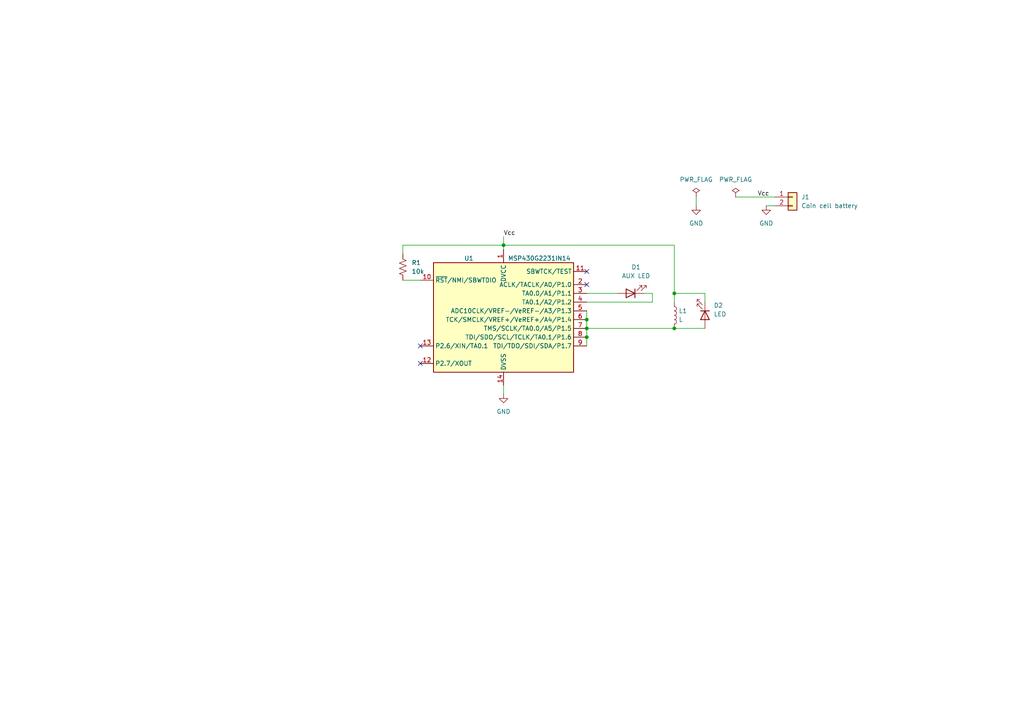
<source format=kicad_sch>
(kicad_sch (version 20211123) (generator eeschema)
  (paper "A4")
  (lib_symbols
    (symbol "Connector_Generic:Conn_01x02" (pin_names (offset 1.016) hide)
      (property "Reference" "J" (at 0 2.54 0))
      (property "Value" "Conn_01x02" (at 0 -5.08 0))
      (symbol "Conn_01x02_1_1"
        (rectangle (start -1.27 -2.413) (end 0 -2.667) (stroke (width 0.1524)))
        (rectangle (start -1.27 0.127) (end 0 -0.127) (stroke (width 0.1524)))
        (rectangle (start -1.27 1.27) (end 1.27 -3.81) (stroke (width 0.254)) (fill (type background)))
        (pin passive line (at -5.08 0 0) (length 3.81) (name "Pin_1") (number "1"))
        (pin passive line (at -5.08 -2.54 0) (length 3.81) (name "Pin_2") (number "2"))
      )
    )
    (symbol "Device:L" (pin_numbers hide) (pin_names (offset 1.016) hide)
      (property "Reference" "L" (at -1.27 0 90))
      (property "Value" "L" (at 1.905 0 90))
      (symbol "L_0_1"
        (arc (start 0 -2.54) (mid 0.635 -1.905) (end 0 -1.27))
        (arc (start 0 -1.27) (mid 0.635 -0.635) (end 0 0))
        (arc (start 0 0) (mid 0.635 0.635) (end 0 1.27))
        (arc (start 0 1.27) (mid 0.635 1.905) (end 0 2.54))
      )
      (symbol "L_1_1"
        (pin passive line (at 0 3.81 270) (length 1.27) (name "1") (number "1"))
        (pin passive line (at 0 -3.81 90) (length 1.27) (name "2") (number "2"))
      )
    )
    (symbol "Device:LED" (pin_numbers hide) (pin_names (offset 1.016) hide)
      (property "Reference" "D" (at 0 2.54 0))
      (property "Value" "LED" (at 0 -2.54 0))
      (symbol "LED_0_1"
        (polyline (pts (xy -1.27 -1.27) (xy -1.27 1.27)) (stroke (width 0.254)))
        (polyline (pts (xy -1.27 0) (xy 1.27 0)))
        (polyline (pts (xy 1.27 -1.27) (xy 1.27 1.27) (xy -1.27 0) (xy 1.27 -1.27)) (stroke (width 0.254)))
        (polyline (pts (xy -3.048 -0.762) (xy -4.572 -2.286) (xy -3.81 -2.286) (xy -4.572 -2.286) (xy -4.572 -1.524)))
        (polyline (pts (xy -1.778 -0.762) (xy -3.302 -2.286) (xy -2.54 -2.286) (xy -3.302 -2.286) (xy -3.302 -1.524)))
      )
      (symbol "LED_1_1"
        (pin passive line (at -3.81 0 0) (length 2.54) (name "K") (number "1"))
        (pin passive line (at 3.81 0 180) (length 2.54) (name "A") (number "2"))
      )
    )
    (symbol "Device:R_US" (pin_numbers hide) (pin_names (offset 0))
      (property "Reference" "R" (at 2.54 0 90))
      (property "Value" "R_US" (at -2.54 0 90))
      (symbol "R_US_0_1"
        (polyline (pts (xy 0 -2.286) (xy 0 -2.54)))
        (polyline (pts (xy 0 2.286) (xy 0 2.54)))
        (polyline (pts (xy 0 -0.762) (xy 1.016 -1.143) (xy 0 -1.524) (xy -1.016 -1.905) (xy 0 -2.286)))
        (polyline (pts (xy 0 0.762) (xy 1.016 0.381) (xy 0 0) (xy -1.016 -0.381) (xy 0 -0.762)))
        (polyline (pts (xy 0 2.286) (xy 1.016 1.905) (xy 0 1.524) (xy -1.016 1.143) (xy 0 0.762)))
      )
      (symbol "R_US_1_1"
        (pin passive line (at 0 3.81 270) (length 1.27) (name "~") (number "1"))
        (pin passive line (at 0 -3.81 90) (length 1.27) (name "~") (number "2"))
      )
    )
    (symbol "MCU_Texas_MSP430:MSP430G2231IN14"
      (property "Reference" "U" (at -19.05 17.78 0))
      (property "Value" "MSP430G2231IN14" (at 12.7 -16.51 0))
      (symbol "MSP430G2231IN14_0_1"
        (rectangle (start -20.32 16.51) (end 20.32 -15.24) (stroke (width 0.254)) (fill (type background)))
      )
      (symbol "MSP430G2231IN14_1_1"
        (pin power_in line (at 0 20.32 270) (length 3.81) (name "DVCC") (number "1"))
        (pin input line (at -24.13 11.43 0) (length 3.81) (name "~{RST}/NMI/SBWTDIO") (number "10"))
        (pin input line (at 24.13 13.97 180) (length 3.81) (name "SBWTCK/TEST") (number "11"))
        (pin bidirectional line (at -24.13 -12.7 0) (length 3.81) (name "P2.7/XOUT") (number "12"))
        (pin bidirectional line (at -24.13 -7.62 0) (length 3.81) (name "P2.6/XIN/TA0.1") (number "13"))
        (pin power_in line (at 0 -19.05 90) (length 3.81) (name "DVSS") (number "14"))
        (pin bidirectional line (at 24.13 10.16 180) (length 3.81) (name "ACLK/TACLK/A0/P1.0") (number "2"))
        (pin bidirectional line (at 24.13 7.62 180) (length 3.81) (name "TA0.0/A1/P1.1") (number "3"))
        (pin bidirectional line (at 24.13 5.08 180) (length 3.81) (name "TA0.1/A2/P1.2") (number "4"))
        (pin bidirectional line (at 24.13 2.54 180) (length 3.81) (name "ADC10CLK/VREF-/VeREF-/A3/P1.3") (number "5"))
        (pin bidirectional line (at 24.13 0 180) (length 3.81) (name "TCK/SMCLK/VREF+/VeREF+/A4/P1.4") (number "6"))
        (pin bidirectional line (at 24.13 -2.54 180) (length 3.81) (name "TMS/SCLK/TA0.0/A5/P1.5") (number "7"))
        (pin bidirectional line (at 24.13 -5.08 180) (length 3.81) (name "TDI/SDO/SCL/TCLK/TA0.1/P1.6") (number "8"))
        (pin bidirectional line (at 24.13 -7.62 180) (length 3.81) (name "TDI/TDO/SDI/SDA/P1.7") (number "9"))
      )
    )
    (symbol "power:GND" (power) (pin_names (offset 0))
      (property "Value" "GND" (at 0 -3.81 0))
      (symbol "GND_0_1"
        (polyline (pts (xy 0 0) (xy 0 -1.27) (xy 1.27 -1.27) (xy 0 -2.54) (xy -1.27 -1.27) (xy 0 -1.27)))
      )
      (symbol "GND_1_1"
        (pin power_in line (at 0 0 270) (length 0) hide (name "GND") (number "1"))
      )
    )
    (symbol "power:PWR_FLAG" (power) (pin_numbers hide) (pin_names (offset 0) hide)
      (property "Value" "PWR_FLAG" (at 0 3.81 0))
      (symbol "PWR_FLAG_0_0"
        (pin power_out line (at 0 0 90) (length 0) (name "pwr") (number "1"))
      )
      (symbol "PWR_FLAG_0_1"
        (polyline (pts (xy 0 0) (xy 0 1.27) (xy -1.016 1.905) (xy 0 2.54) (xy 1.016 1.905) (xy 0 1.27)))
      )
    )
  )
  (junction (at 146.05 71.12))
  (junction (at 170.18 97.79))
  (junction (at 170.18 95.25))
  (junction (at 195.58 85.09))
  (junction (at 195.58 95.25))
  (junction (at 170.18 92.71))
  (no_connect (at 170.18 82.55))
  (no_connect (at 170.18 78.74))
  (no_connect (at 121.92 100.33))
  (no_connect (at 121.92 105.41))
  (wire (pts (xy 146.05 71.12) (xy 146.05 72.39)))
  (wire (pts (xy 146.05 111.76) (xy 146.05 114.3)))
  (wire (pts (xy 189.23 87.63) (xy 170.18 87.63)))
  (wire (pts (xy 195.58 71.12) (xy 146.05 71.12)))
  (wire (pts (xy 213.36 57.15) (xy 224.79 57.15)))
  (wire (pts (xy 116.84 73.66) (xy 116.84 71.12)))
  (wire (pts (xy 170.18 95.25) (xy 170.18 97.79)))
  (wire (pts (xy 195.58 85.09) (xy 195.58 71.12)))
  (wire (pts (xy 204.47 87.63) (xy 204.47 85.09)))
  (wire (pts (xy 116.84 71.12) (xy 146.05 71.12)))
  (wire (pts (xy 222.25 59.69) (xy 224.79 59.69)))
  (wire (pts (xy 186.69 85.09) (xy 189.23 85.09)))
  (wire (pts (xy 204.47 85.09) (xy 195.58 85.09)))
  (wire (pts (xy 170.18 90.17) (xy 170.18 92.71)))
  (wire (pts (xy 170.18 97.79) (xy 170.18 100.33)))
  (wire (pts (xy 170.18 95.25) (xy 195.58 95.25)))
  (wire (pts (xy 195.58 87.63) (xy 195.58 85.09)))
  (wire (pts (xy 170.18 92.71) (xy 170.18 95.25)))
  (wire (pts (xy 146.05 68.58) (xy 146.05 71.12)))
  (wire (pts (xy 116.84 81.28) (xy 121.92 81.28)))
  (wire (pts (xy 195.58 95.25) (xy 204.47 95.25)))
  (wire (pts (xy 170.18 85.09) (xy 179.07 85.09)))
  (wire (pts (xy 189.23 85.09) (xy 189.23 87.63)))
  (wire (pts (xy 201.93 57.15) (xy 201.93 59.69)))
  (label "Vcc" (at 219.71 57.15 0))
  (label "Vcc" (at 146.05 68.58 0))
  (symbol (lib_id "power:PWR_FLAG") (at 201.93 57.15 0) (unit 1)
    (property "Reference" "#FLG0102" (effects hide))
    (property "Value" "PWR_FLAG" (at 201.93 52.07 0))
  )
  (symbol (lib_id "power:GND") (at 146.05 114.3 0) (unit 1)
    (property "Reference" "#PWR01" (effects hide))
    (property "Value" "GND" (at 146.05 119.38 0))
  )
  (symbol (lib_id "Device:LED") (at 182.88 85.09 180) (unit 1)
    (property "Reference" "D1" (at 184.4675 77.47 0))
    (property "Value" "AUX LED" (at 184.4675 80.01 0))
  )
  (symbol (lib_id "Connector_Generic:Conn_01x02") (at 229.87 57.15 0) (unit 1)
    (property "Reference" "J1" (at 232.41 57.1499 0) (effects (justify left)))
    (property "Value" "Coin cell battery" (at 232.41 59.6899 0) (effects (justify left)))
  )
  (symbol (lib_id "Device:R_US") (at 116.84 77.47 0) (unit 1)
    (property "Reference" "R1" (at 119.38 76.1999 0) (effects (justify left)))
    (property "Value" "10k" (at 119.38 78.7399 0) (effects (justify left)))
  )
  (symbol (lib_id "Device:L") (at 195.58 91.44 0) (unit 1)
    (property "Reference" "L1" (at 196.85 90.1699 0) (effects (justify left)))
    (property "Value" "L" (at 196.85 92.7099 0) (effects (justify left)))
  )
  (symbol (lib_id "power:GND") (at 201.93 59.69 0) (unit 1)
    (property "Reference" "#PWR0101" (effects hide))
    (property "Value" "GND" (at 201.93 64.77 0))
  )
  (symbol (lib_id "power:PWR_FLAG") (at 213.36 57.15 0) (unit 1)
    (property "Reference" "#FLG0101" (effects hide))
    (property "Value" "PWR_FLAG" (at 213.36 52.07 0))
  )
  (symbol (lib_id "power:GND") (at 222.25 59.69 0) (unit 1)
    (property "Reference" "#PWR02" (effects hide))
    (property "Value" "GND" (at 222.25 64.77 0))
  )
  (symbol (lib_id "MCU_Texas_MSP430:MSP430G2231IN14") (at 146.05 92.71 0) (unit 1)
    (property "Reference" "U1" (at 134.62 74.93 0) (effects (justify left)))
    (property "Value" "MSP430G2231IN14" (at 147.32 74.93 0) (effects (justify left)))
    (property "Footprint" "Package_SO:TSSOP-14_4.4x5mm_P0.65mm" (effects hide))
    (property "Datasheet" "http://www.ti.com/lit/ds/symlink/msp430g2231.pdf" (effects hide))
  )
  (symbol (lib_id "Device:LED") (at 204.47 91.44 270) (unit 1)
    (property "Reference" "D2" (at 207.01 88.5824 90) (effects (justify left)))
    (property "Value" "LED" (at 207.01 91.1224 90) (effects (justify left)))
  )
)
</source>
